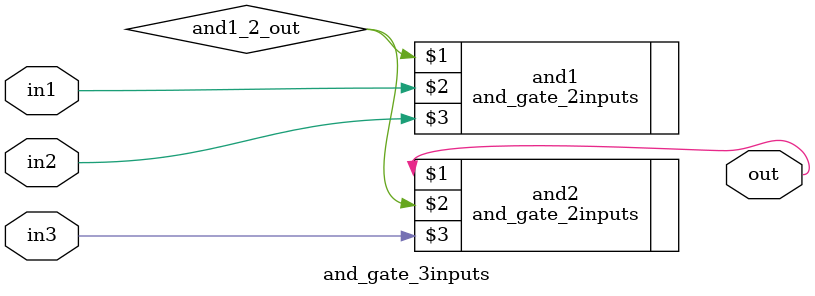
<source format=v>
module and_gate_3inputs(out,in1,in2,in3);
output out;
input in1,in2,in3;
wire and1_2_out;
and_gate_2inputs and1(and1_2_out,in1,in2);
and_gate_2inputs and2(out,and1_2_out,in3);
endmodule
//14
</source>
